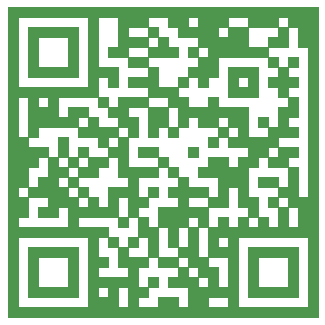
<source format=gbr>
G04 #@! TF.GenerationSoftware,KiCad,Pcbnew,5.1.2*
G04 #@! TF.CreationDate,2019-07-04T05:20:16+02:00*
G04 #@! TF.ProjectId,ledside_rev17,6c656473-6964-4655-9f72-657631372e6b,rev?*
G04 #@! TF.SameCoordinates,Original*
G04 #@! TF.FileFunction,Legend,Bot*
G04 #@! TF.FilePolarity,Positive*
%FSLAX46Y46*%
G04 Gerber Fmt 4.6, Leading zero omitted, Abs format (unit mm)*
G04 Created by KiCad (PCBNEW 5.1.2) date 2019-07-04 05:20:16*
%MOMM*%
%LPD*%
G04 APERTURE LIST*
%ADD10C,0.010000*%
G04 APERTURE END LIST*
D10*
G36*
X85830000Y-57396667D02*
G01*
X81596667Y-57396667D01*
X81596667Y-60783333D01*
X82443333Y-60783333D01*
X82443333Y-58243333D01*
X84983333Y-58243333D01*
X84983333Y-60783333D01*
X82443333Y-60783333D01*
X81596667Y-60783333D01*
X81596667Y-61630000D01*
X85830000Y-61630000D01*
X85830000Y-57396667D01*
X85830000Y-57396667D01*
G37*
X85830000Y-57396667D02*
X81596667Y-57396667D01*
X81596667Y-60783333D01*
X82443333Y-60783333D01*
X82443333Y-58243333D01*
X84983333Y-58243333D01*
X84983333Y-60783333D01*
X82443333Y-60783333D01*
X81596667Y-60783333D01*
X81596667Y-61630000D01*
X85830000Y-61630000D01*
X85830000Y-57396667D01*
G36*
X67203333Y-57396667D02*
G01*
X62970000Y-57396667D01*
X62970000Y-60783333D01*
X63816667Y-60783333D01*
X63816667Y-58243333D01*
X66356667Y-58243333D01*
X66356667Y-60783333D01*
X63816667Y-60783333D01*
X62970000Y-60783333D01*
X62970000Y-61630000D01*
X67203333Y-61630000D01*
X67203333Y-57396667D01*
X67203333Y-57396667D01*
G37*
X67203333Y-57396667D02*
X62970000Y-57396667D01*
X62970000Y-60783333D01*
X63816667Y-60783333D01*
X63816667Y-58243333D01*
X66356667Y-58243333D01*
X66356667Y-60783333D01*
X63816667Y-60783333D01*
X62970000Y-60783333D01*
X62970000Y-61630000D01*
X67203333Y-61630000D01*
X67203333Y-57396667D01*
G36*
X73976667Y-59936667D02*
G01*
X73130000Y-59936667D01*
X73130000Y-60783333D01*
X73976667Y-60783333D01*
X73976667Y-59936667D01*
X73976667Y-59936667D01*
G37*
X73976667Y-59936667D02*
X73130000Y-59936667D01*
X73130000Y-60783333D01*
X73976667Y-60783333D01*
X73976667Y-59936667D01*
G36*
X70590000Y-56550000D02*
G01*
X69743333Y-56550000D01*
X69743333Y-57396667D01*
X70590000Y-57396667D01*
X70590000Y-56550000D01*
X70590000Y-56550000D01*
G37*
X70590000Y-56550000D02*
X69743333Y-56550000D01*
X69743333Y-57396667D01*
X70590000Y-57396667D01*
X70590000Y-56550000D01*
G36*
X71436667Y-54856667D02*
G01*
X70590000Y-54856667D01*
X70590000Y-55703333D01*
X71436667Y-55703333D01*
X71436667Y-54856667D01*
X71436667Y-54856667D01*
G37*
X71436667Y-54856667D02*
X70590000Y-54856667D01*
X70590000Y-55703333D01*
X71436667Y-55703333D01*
X71436667Y-54856667D01*
G36*
X84136667Y-53163333D02*
G01*
X83290000Y-53163333D01*
X83290000Y-54010000D01*
X84136667Y-54010000D01*
X84136667Y-53163333D01*
X84136667Y-53163333D01*
G37*
X84136667Y-53163333D02*
X83290000Y-53163333D01*
X83290000Y-54010000D01*
X84136667Y-54010000D01*
X84136667Y-53163333D01*
G36*
X73976667Y-52316667D02*
G01*
X73130000Y-52316667D01*
X73130000Y-53163333D01*
X73976667Y-53163333D01*
X73976667Y-52316667D01*
X73976667Y-52316667D01*
G37*
X73976667Y-52316667D02*
X73130000Y-52316667D01*
X73130000Y-53163333D01*
X73976667Y-53163333D01*
X73976667Y-52316667D01*
G36*
X84136667Y-51470000D02*
G01*
X82443333Y-51470000D01*
X82443333Y-52316667D01*
X84136667Y-52316667D01*
X84136667Y-51470000D01*
X84136667Y-51470000D01*
G37*
X84136667Y-51470000D02*
X82443333Y-51470000D01*
X82443333Y-52316667D01*
X84136667Y-52316667D01*
X84136667Y-51470000D01*
G36*
X77363333Y-48930000D02*
G01*
X76516667Y-48930000D01*
X76516667Y-49776667D01*
X77363333Y-49776667D01*
X77363333Y-48930000D01*
X77363333Y-48930000D01*
G37*
X77363333Y-48930000D02*
X76516667Y-48930000D01*
X76516667Y-49776667D01*
X77363333Y-49776667D01*
X77363333Y-48930000D01*
G36*
X66356667Y-50623333D02*
G01*
X67203333Y-50623333D01*
X67203333Y-49776667D01*
X68050000Y-49776667D01*
X68050000Y-50623333D01*
X67203333Y-50623333D01*
X67203333Y-51470000D01*
X68896667Y-51470000D01*
X68896667Y-50623333D01*
X69743333Y-50623333D01*
X69743333Y-49776667D01*
X68050000Y-49776667D01*
X68050000Y-48930000D01*
X67203333Y-48930000D01*
X67203333Y-49776667D01*
X66356667Y-49776667D01*
X66356667Y-50623333D01*
X66356667Y-50623333D01*
G37*
X66356667Y-50623333D02*
X67203333Y-50623333D01*
X67203333Y-49776667D01*
X68050000Y-49776667D01*
X68050000Y-50623333D01*
X67203333Y-50623333D01*
X67203333Y-51470000D01*
X68896667Y-51470000D01*
X68896667Y-50623333D01*
X69743333Y-50623333D01*
X69743333Y-49776667D01*
X68050000Y-49776667D01*
X68050000Y-48930000D01*
X67203333Y-48930000D01*
X67203333Y-49776667D01*
X66356667Y-49776667D01*
X66356667Y-50623333D01*
G36*
X66356667Y-51470000D02*
G01*
X66356667Y-52316667D01*
X67203333Y-52316667D01*
X67203333Y-51470000D01*
X66356667Y-51470000D01*
X66356667Y-51470000D01*
G37*
X66356667Y-51470000D02*
X66356667Y-52316667D01*
X67203333Y-52316667D01*
X67203333Y-51470000D01*
X66356667Y-51470000D01*
G36*
X67203333Y-53163333D02*
G01*
X68050000Y-53163333D01*
X68050000Y-52316667D01*
X67203333Y-52316667D01*
X67203333Y-53163333D01*
X67203333Y-53163333D01*
G37*
X67203333Y-53163333D02*
X68050000Y-53163333D01*
X68050000Y-52316667D01*
X67203333Y-52316667D01*
X67203333Y-53163333D01*
G36*
X66356667Y-48083333D02*
G01*
X65510000Y-48083333D01*
X65510000Y-49776667D01*
X66356667Y-49776667D01*
X66356667Y-48083333D01*
X66356667Y-48083333D01*
G37*
X66356667Y-48083333D02*
X65510000Y-48083333D01*
X65510000Y-49776667D01*
X66356667Y-49776667D01*
X66356667Y-48083333D01*
G36*
X82443333Y-42156667D02*
G01*
X79903333Y-42156667D01*
X79903333Y-43850000D01*
X80750000Y-43850000D01*
X80750000Y-43003333D01*
X81596667Y-43003333D01*
X81596667Y-43850000D01*
X80750000Y-43850000D01*
X79903333Y-43850000D01*
X79903333Y-44696667D01*
X82443333Y-44696667D01*
X82443333Y-42156667D01*
X82443333Y-42156667D01*
G37*
X82443333Y-42156667D02*
X79903333Y-42156667D01*
X79903333Y-43850000D01*
X80750000Y-43850000D01*
X80750000Y-43003333D01*
X81596667Y-43003333D01*
X81596667Y-43850000D01*
X80750000Y-43850000D01*
X79903333Y-43850000D01*
X79903333Y-44696667D01*
X82443333Y-44696667D01*
X82443333Y-42156667D01*
G36*
X77363333Y-40463333D02*
G01*
X76516667Y-40463333D01*
X76516667Y-41310000D01*
X77363333Y-41310000D01*
X77363333Y-40463333D01*
X77363333Y-40463333D01*
G37*
X77363333Y-40463333D02*
X76516667Y-40463333D01*
X76516667Y-41310000D01*
X77363333Y-41310000D01*
X77363333Y-40463333D01*
G36*
X84983333Y-38770000D02*
G01*
X84136667Y-38770000D01*
X84136667Y-39616667D01*
X83290000Y-39616667D01*
X83290000Y-40463333D01*
X84983333Y-40463333D01*
X84983333Y-38770000D01*
X84983333Y-38770000D01*
G37*
X84983333Y-38770000D02*
X84136667Y-38770000D01*
X84136667Y-39616667D01*
X83290000Y-39616667D01*
X83290000Y-40463333D01*
X84983333Y-40463333D01*
X84983333Y-38770000D01*
G36*
X84136667Y-43003333D02*
G01*
X83290000Y-43003333D01*
X83290000Y-43850000D01*
X84136667Y-43850000D01*
X84136667Y-44696667D01*
X84983333Y-44696667D01*
X84983333Y-43850000D01*
X85830000Y-43850000D01*
X85830000Y-43003333D01*
X84983333Y-43003333D01*
X84983333Y-42156667D01*
X84136667Y-42156667D01*
X84136667Y-43003333D01*
X84136667Y-43003333D01*
G37*
X84136667Y-43003333D02*
X83290000Y-43003333D01*
X83290000Y-43850000D01*
X84136667Y-43850000D01*
X84136667Y-44696667D01*
X84983333Y-44696667D01*
X84983333Y-43850000D01*
X85830000Y-43850000D01*
X85830000Y-43003333D01*
X84983333Y-43003333D01*
X84983333Y-42156667D01*
X84136667Y-42156667D01*
X84136667Y-43003333D01*
G36*
X84983333Y-45543333D02*
G01*
X84136667Y-45543333D01*
X84136667Y-47236667D01*
X83290000Y-47236667D01*
X83290000Y-48083333D01*
X81596667Y-48083333D01*
X81596667Y-45543333D01*
X79056667Y-45543333D01*
X79056667Y-44696667D01*
X78210000Y-44696667D01*
X78210000Y-45543333D01*
X76516667Y-45543333D01*
X76516667Y-44696667D01*
X75670000Y-44696667D01*
X75670000Y-43850000D01*
X73976667Y-43850000D01*
X73976667Y-42156667D01*
X73130000Y-42156667D01*
X73130000Y-43003333D01*
X71436667Y-43003333D01*
X71436667Y-43850000D01*
X73130000Y-43850000D01*
X73130000Y-44696667D01*
X70590000Y-44696667D01*
X70590000Y-45543333D01*
X69743333Y-45543333D01*
X69743333Y-46390000D01*
X70590000Y-46390000D01*
X70590000Y-47236667D01*
X71436667Y-47236667D01*
X71436667Y-48083333D01*
X72283333Y-48083333D01*
X72283333Y-46390000D01*
X71436667Y-46390000D01*
X71436667Y-45543333D01*
X73130000Y-45543333D01*
X73130000Y-44696667D01*
X74823333Y-44696667D01*
X74823333Y-45543333D01*
X73130000Y-45543333D01*
X73130000Y-48083333D01*
X73976667Y-48083333D01*
X73976667Y-47236667D01*
X74823333Y-47236667D01*
X74823333Y-45543333D01*
X75670000Y-45543333D01*
X75670000Y-47236667D01*
X74823333Y-47236667D01*
X74823333Y-48083333D01*
X75670000Y-48083333D01*
X75670000Y-47236667D01*
X76516667Y-47236667D01*
X76516667Y-46390000D01*
X77363333Y-46390000D01*
X77363333Y-47236667D01*
X79056667Y-47236667D01*
X79056667Y-46390000D01*
X79903333Y-46390000D01*
X79903333Y-47236667D01*
X79056667Y-47236667D01*
X79056667Y-48083333D01*
X79903333Y-48083333D01*
X79903333Y-47236667D01*
X80750000Y-47236667D01*
X80750000Y-48083333D01*
X79903333Y-48083333D01*
X79903333Y-48930000D01*
X81596667Y-48930000D01*
X81596667Y-49776667D01*
X80750000Y-49776667D01*
X80750000Y-50623333D01*
X79903333Y-50623333D01*
X79903333Y-49776667D01*
X78210000Y-49776667D01*
X78210000Y-50623333D01*
X77363333Y-50623333D01*
X77363333Y-51470000D01*
X79056667Y-51470000D01*
X79056667Y-53163333D01*
X78210000Y-53163333D01*
X78210000Y-54010000D01*
X79903333Y-54010000D01*
X79903333Y-52316667D01*
X80750000Y-52316667D01*
X80750000Y-54010000D01*
X81596667Y-54010000D01*
X81596667Y-54856667D01*
X82443333Y-54856667D01*
X82443333Y-53163333D01*
X81596667Y-53163333D01*
X81596667Y-50623333D01*
X82443333Y-50623333D01*
X82443333Y-49776667D01*
X83290000Y-49776667D01*
X83290000Y-48930000D01*
X84136667Y-48930000D01*
X84136667Y-49776667D01*
X83290000Y-49776667D01*
X83290000Y-50623333D01*
X84983333Y-50623333D01*
X84983333Y-49776667D01*
X85830000Y-49776667D01*
X85830000Y-48930000D01*
X84136667Y-48930000D01*
X84136667Y-48083333D01*
X85830000Y-48083333D01*
X85830000Y-47236667D01*
X84983333Y-47236667D01*
X84983333Y-46390000D01*
X85830000Y-46390000D01*
X85830000Y-44696667D01*
X84983333Y-44696667D01*
X84983333Y-45543333D01*
X84983333Y-45543333D01*
G37*
X84983333Y-45543333D02*
X84136667Y-45543333D01*
X84136667Y-47236667D01*
X83290000Y-47236667D01*
X83290000Y-48083333D01*
X81596667Y-48083333D01*
X81596667Y-45543333D01*
X79056667Y-45543333D01*
X79056667Y-44696667D01*
X78210000Y-44696667D01*
X78210000Y-45543333D01*
X76516667Y-45543333D01*
X76516667Y-44696667D01*
X75670000Y-44696667D01*
X75670000Y-43850000D01*
X73976667Y-43850000D01*
X73976667Y-42156667D01*
X73130000Y-42156667D01*
X73130000Y-43003333D01*
X71436667Y-43003333D01*
X71436667Y-43850000D01*
X73130000Y-43850000D01*
X73130000Y-44696667D01*
X70590000Y-44696667D01*
X70590000Y-45543333D01*
X69743333Y-45543333D01*
X69743333Y-46390000D01*
X70590000Y-46390000D01*
X70590000Y-47236667D01*
X71436667Y-47236667D01*
X71436667Y-48083333D01*
X72283333Y-48083333D01*
X72283333Y-46390000D01*
X71436667Y-46390000D01*
X71436667Y-45543333D01*
X73130000Y-45543333D01*
X73130000Y-44696667D01*
X74823333Y-44696667D01*
X74823333Y-45543333D01*
X73130000Y-45543333D01*
X73130000Y-48083333D01*
X73976667Y-48083333D01*
X73976667Y-47236667D01*
X74823333Y-47236667D01*
X74823333Y-45543333D01*
X75670000Y-45543333D01*
X75670000Y-47236667D01*
X74823333Y-47236667D01*
X74823333Y-48083333D01*
X75670000Y-48083333D01*
X75670000Y-47236667D01*
X76516667Y-47236667D01*
X76516667Y-46390000D01*
X77363333Y-46390000D01*
X77363333Y-47236667D01*
X79056667Y-47236667D01*
X79056667Y-46390000D01*
X79903333Y-46390000D01*
X79903333Y-47236667D01*
X79056667Y-47236667D01*
X79056667Y-48083333D01*
X79903333Y-48083333D01*
X79903333Y-47236667D01*
X80750000Y-47236667D01*
X80750000Y-48083333D01*
X79903333Y-48083333D01*
X79903333Y-48930000D01*
X81596667Y-48930000D01*
X81596667Y-49776667D01*
X80750000Y-49776667D01*
X80750000Y-50623333D01*
X79903333Y-50623333D01*
X79903333Y-49776667D01*
X78210000Y-49776667D01*
X78210000Y-50623333D01*
X77363333Y-50623333D01*
X77363333Y-51470000D01*
X79056667Y-51470000D01*
X79056667Y-53163333D01*
X78210000Y-53163333D01*
X78210000Y-54010000D01*
X79903333Y-54010000D01*
X79903333Y-52316667D01*
X80750000Y-52316667D01*
X80750000Y-54010000D01*
X81596667Y-54010000D01*
X81596667Y-54856667D01*
X82443333Y-54856667D01*
X82443333Y-53163333D01*
X81596667Y-53163333D01*
X81596667Y-50623333D01*
X82443333Y-50623333D01*
X82443333Y-49776667D01*
X83290000Y-49776667D01*
X83290000Y-48930000D01*
X84136667Y-48930000D01*
X84136667Y-49776667D01*
X83290000Y-49776667D01*
X83290000Y-50623333D01*
X84983333Y-50623333D01*
X84983333Y-49776667D01*
X85830000Y-49776667D01*
X85830000Y-48930000D01*
X84136667Y-48930000D01*
X84136667Y-48083333D01*
X85830000Y-48083333D01*
X85830000Y-47236667D01*
X84983333Y-47236667D01*
X84983333Y-46390000D01*
X85830000Y-46390000D01*
X85830000Y-44696667D01*
X84983333Y-44696667D01*
X84983333Y-45543333D01*
G36*
X84136667Y-41310000D02*
G01*
X83290000Y-41310000D01*
X83290000Y-42156667D01*
X84136667Y-42156667D01*
X84136667Y-41310000D01*
X84136667Y-41310000D01*
G37*
X84136667Y-41310000D02*
X83290000Y-41310000D01*
X83290000Y-42156667D01*
X84136667Y-42156667D01*
X84136667Y-41310000D01*
G36*
X73976667Y-40463333D02*
G01*
X73130000Y-40463333D01*
X73130000Y-41310000D01*
X75670000Y-41310000D01*
X75670000Y-40463333D01*
X74823333Y-40463333D01*
X74823333Y-39616667D01*
X73976667Y-39616667D01*
X73976667Y-40463333D01*
X73976667Y-40463333D01*
G37*
X73976667Y-40463333D02*
X73130000Y-40463333D01*
X73130000Y-41310000D01*
X75670000Y-41310000D01*
X75670000Y-40463333D01*
X74823333Y-40463333D01*
X74823333Y-39616667D01*
X73976667Y-39616667D01*
X73976667Y-40463333D01*
G36*
X71436667Y-41310000D02*
G01*
X71436667Y-42156667D01*
X73130000Y-42156667D01*
X73130000Y-41310000D01*
X71436667Y-41310000D01*
X71436667Y-41310000D01*
G37*
X71436667Y-41310000D02*
X71436667Y-42156667D01*
X73130000Y-42156667D01*
X73130000Y-41310000D01*
X71436667Y-41310000D01*
G36*
X83290000Y-46390000D02*
G01*
X82443333Y-46390000D01*
X82443333Y-47236667D01*
X83290000Y-47236667D01*
X83290000Y-46390000D01*
X83290000Y-46390000D01*
G37*
X83290000Y-46390000D02*
X82443333Y-46390000D01*
X82443333Y-47236667D01*
X83290000Y-47236667D01*
X83290000Y-46390000D01*
G36*
X73976667Y-38770000D02*
G01*
X73130000Y-38770000D01*
X73130000Y-39616667D01*
X73976667Y-39616667D01*
X73976667Y-38770000D01*
X73976667Y-38770000D01*
G37*
X73976667Y-38770000D02*
X73130000Y-38770000D01*
X73130000Y-39616667D01*
X73976667Y-39616667D01*
X73976667Y-38770000D01*
G36*
X69743333Y-44696667D02*
G01*
X68896667Y-44696667D01*
X68896667Y-45543333D01*
X69743333Y-45543333D01*
X69743333Y-44696667D01*
X69743333Y-44696667D01*
G37*
X69743333Y-44696667D02*
X68896667Y-44696667D01*
X68896667Y-45543333D01*
X69743333Y-45543333D01*
X69743333Y-44696667D01*
G36*
X68896667Y-47236667D02*
G01*
X68896667Y-46390000D01*
X68050000Y-46390000D01*
X68050000Y-47236667D01*
X67203333Y-47236667D01*
X67203333Y-48083333D01*
X68896667Y-48083333D01*
X68896667Y-48930000D01*
X69743333Y-48930000D01*
X69743333Y-48083333D01*
X70590000Y-48083333D01*
X70590000Y-47236667D01*
X68896667Y-47236667D01*
X68896667Y-47236667D01*
G37*
X68896667Y-47236667D02*
X68896667Y-46390000D01*
X68050000Y-46390000D01*
X68050000Y-47236667D01*
X67203333Y-47236667D01*
X67203333Y-48083333D01*
X68896667Y-48083333D01*
X68896667Y-48930000D01*
X69743333Y-48930000D01*
X69743333Y-48083333D01*
X70590000Y-48083333D01*
X70590000Y-47236667D01*
X68896667Y-47236667D01*
G36*
X78210000Y-52316667D02*
G01*
X76516667Y-52316667D01*
X76516667Y-51470000D01*
X75670000Y-51470000D01*
X75670000Y-52316667D01*
X74823333Y-52316667D01*
X74823333Y-53163333D01*
X75670000Y-53163333D01*
X75670000Y-54010000D01*
X73976667Y-54010000D01*
X73976667Y-55703333D01*
X74823333Y-55703333D01*
X74823333Y-57396667D01*
X75670000Y-57396667D01*
X75670000Y-55703333D01*
X76516667Y-55703333D01*
X76516667Y-54856667D01*
X77363333Y-54856667D01*
X77363333Y-55703333D01*
X78210000Y-55703333D01*
X78210000Y-54010000D01*
X76516667Y-54010000D01*
X76516667Y-53163333D01*
X78210000Y-53163333D01*
X78210000Y-52316667D01*
X78210000Y-52316667D01*
G37*
X78210000Y-52316667D02*
X76516667Y-52316667D01*
X76516667Y-51470000D01*
X75670000Y-51470000D01*
X75670000Y-52316667D01*
X74823333Y-52316667D01*
X74823333Y-53163333D01*
X75670000Y-53163333D01*
X75670000Y-54010000D01*
X73976667Y-54010000D01*
X73976667Y-55703333D01*
X74823333Y-55703333D01*
X74823333Y-57396667D01*
X75670000Y-57396667D01*
X75670000Y-55703333D01*
X76516667Y-55703333D01*
X76516667Y-54856667D01*
X77363333Y-54856667D01*
X77363333Y-55703333D01*
X78210000Y-55703333D01*
X78210000Y-54010000D01*
X76516667Y-54010000D01*
X76516667Y-53163333D01*
X78210000Y-53163333D01*
X78210000Y-52316667D01*
G36*
X73976667Y-50623333D02*
G01*
X74823333Y-50623333D01*
X74823333Y-49776667D01*
X73976667Y-49776667D01*
X73976667Y-50623333D01*
X73976667Y-50623333D01*
G37*
X73976667Y-50623333D02*
X74823333Y-50623333D01*
X74823333Y-49776667D01*
X73976667Y-49776667D01*
X73976667Y-50623333D01*
G36*
X74823333Y-51470000D02*
G01*
X75670000Y-51470000D01*
X75670000Y-50623333D01*
X74823333Y-50623333D01*
X74823333Y-51470000D01*
X74823333Y-51470000D01*
G37*
X74823333Y-51470000D02*
X75670000Y-51470000D01*
X75670000Y-50623333D01*
X74823333Y-50623333D01*
X74823333Y-51470000D01*
G36*
X78210000Y-48083333D02*
G01*
X78210000Y-48930000D01*
X79056667Y-48930000D01*
X79056667Y-48083333D01*
X78210000Y-48083333D01*
X78210000Y-48083333D01*
G37*
X78210000Y-48083333D02*
X78210000Y-48930000D01*
X79056667Y-48930000D01*
X79056667Y-48083333D01*
X78210000Y-48083333D01*
G36*
X73130000Y-55703333D02*
G01*
X73130000Y-54856667D01*
X72283333Y-54856667D01*
X72283333Y-56550000D01*
X73130000Y-56550000D01*
X73130000Y-58243333D01*
X73976667Y-58243333D01*
X73976667Y-55703333D01*
X73130000Y-55703333D01*
X73130000Y-55703333D01*
G37*
X73130000Y-55703333D02*
X73130000Y-54856667D01*
X72283333Y-54856667D01*
X72283333Y-56550000D01*
X73130000Y-56550000D01*
X73130000Y-58243333D01*
X73976667Y-58243333D01*
X73976667Y-55703333D01*
X73130000Y-55703333D01*
G36*
X73976667Y-48930000D02*
G01*
X72283333Y-48930000D01*
X72283333Y-49776667D01*
X73976667Y-49776667D01*
X73976667Y-48930000D01*
X73976667Y-48930000D01*
G37*
X73976667Y-48930000D02*
X72283333Y-48930000D01*
X72283333Y-49776667D01*
X73976667Y-49776667D01*
X73976667Y-48930000D01*
G36*
X73976667Y-59090000D02*
G01*
X75670000Y-59090000D01*
X75670000Y-58243333D01*
X73976667Y-58243333D01*
X73976667Y-59090000D01*
X73976667Y-59090000D01*
G37*
X73976667Y-59090000D02*
X75670000Y-59090000D01*
X75670000Y-58243333D01*
X73976667Y-58243333D01*
X73976667Y-59090000D01*
G36*
X76516667Y-43003333D02*
G01*
X75670000Y-43003333D01*
X75670000Y-43850000D01*
X76516667Y-43850000D01*
X76516667Y-43003333D01*
X76516667Y-43003333D01*
G37*
X76516667Y-43003333D02*
X75670000Y-43003333D01*
X75670000Y-43850000D01*
X76516667Y-43850000D01*
X76516667Y-43003333D01*
G36*
X85830000Y-41310000D02*
G01*
X84983333Y-41310000D01*
X84983333Y-42156667D01*
X85830000Y-42156667D01*
X85830000Y-41310000D01*
X85830000Y-41310000D01*
G37*
X85830000Y-41310000D02*
X84983333Y-41310000D01*
X84983333Y-42156667D01*
X85830000Y-42156667D01*
X85830000Y-41310000D01*
G36*
X71436667Y-56550000D02*
G01*
X71436667Y-57396667D01*
X72283333Y-57396667D01*
X72283333Y-56550000D01*
X71436667Y-56550000D01*
X71436667Y-56550000D01*
G37*
X71436667Y-56550000D02*
X71436667Y-57396667D01*
X72283333Y-57396667D01*
X72283333Y-56550000D01*
X71436667Y-56550000D01*
G36*
X67203333Y-38770000D02*
G01*
X62970000Y-38770000D01*
X62970000Y-42156667D01*
X63816667Y-42156667D01*
X63816667Y-39616667D01*
X66356667Y-39616667D01*
X66356667Y-42156667D01*
X63816667Y-42156667D01*
X62970000Y-42156667D01*
X62970000Y-43003333D01*
X67203333Y-43003333D01*
X67203333Y-38770000D01*
X67203333Y-38770000D01*
G37*
X67203333Y-38770000D02*
X62970000Y-38770000D01*
X62970000Y-42156667D01*
X63816667Y-42156667D01*
X63816667Y-39616667D01*
X66356667Y-39616667D01*
X66356667Y-42156667D01*
X63816667Y-42156667D01*
X62970000Y-42156667D01*
X62970000Y-43003333D01*
X67203333Y-43003333D01*
X67203333Y-38770000D01*
G36*
X87523333Y-37076667D02*
G01*
X61276667Y-37076667D01*
X61276667Y-43850000D01*
X62123333Y-43850000D01*
X62123333Y-37923333D01*
X68050000Y-37923333D01*
X68050000Y-43850000D01*
X62123333Y-43850000D01*
X61276667Y-43850000D01*
X61276667Y-48083333D01*
X62123333Y-48083333D01*
X62123333Y-44696667D01*
X62970000Y-44696667D01*
X62970000Y-45543333D01*
X63816667Y-45543333D01*
X63816667Y-44696667D01*
X64663333Y-44696667D01*
X64663333Y-45543333D01*
X63816667Y-45543333D01*
X62970000Y-45543333D01*
X62970000Y-48083333D01*
X62123333Y-48083333D01*
X61276667Y-48083333D01*
X61276667Y-48930000D01*
X62970000Y-48930000D01*
X62970000Y-48083333D01*
X63816667Y-48083333D01*
X63816667Y-47236667D01*
X67203333Y-47236667D01*
X67203333Y-46390000D01*
X68050000Y-46390000D01*
X68050000Y-45543333D01*
X66356667Y-45543333D01*
X66356667Y-46390000D01*
X65510000Y-46390000D01*
X65510000Y-44696667D01*
X68896667Y-44696667D01*
X68896667Y-43003333D01*
X69743333Y-43003333D01*
X69743333Y-43850000D01*
X70590000Y-43850000D01*
X70590000Y-42156667D01*
X68896667Y-42156667D01*
X68896667Y-37923333D01*
X70590000Y-37923333D01*
X70590000Y-40463333D01*
X69743333Y-40463333D01*
X69743333Y-41310000D01*
X71436667Y-41310000D01*
X71436667Y-40463333D01*
X73130000Y-40463333D01*
X73130000Y-39616667D01*
X71436667Y-39616667D01*
X71436667Y-38770000D01*
X73130000Y-38770000D01*
X73130000Y-37923333D01*
X74823333Y-37923333D01*
X74823333Y-38770000D01*
X75670000Y-38770000D01*
X76516667Y-38770000D01*
X76516667Y-37923333D01*
X77363333Y-37923333D01*
X79903333Y-37923333D01*
X81596667Y-37923333D01*
X81596667Y-38770000D01*
X79903333Y-38770000D01*
X79903333Y-37923333D01*
X77363333Y-37923333D01*
X77363333Y-38770000D01*
X76516667Y-38770000D01*
X75670000Y-38770000D01*
X75670000Y-39616667D01*
X77363333Y-39616667D01*
X79056667Y-39616667D01*
X79056667Y-38770000D01*
X79903333Y-38770000D01*
X79903333Y-39616667D01*
X79056667Y-39616667D01*
X77363333Y-39616667D01*
X77363333Y-40463333D01*
X78210000Y-40463333D01*
X78210000Y-41310000D01*
X77363333Y-41310000D01*
X77363333Y-42156667D01*
X76516667Y-42156667D01*
X76516667Y-43003333D01*
X77363333Y-43003333D01*
X77363333Y-43850000D01*
X78210000Y-43850000D01*
X78210000Y-43003333D01*
X79056667Y-43003333D01*
X79056667Y-41310000D01*
X83290000Y-41310000D01*
X83290000Y-40463333D01*
X81596667Y-40463333D01*
X81596667Y-38770000D01*
X84136667Y-38770000D01*
X84136667Y-37923333D01*
X84983333Y-37923333D01*
X84983333Y-38770000D01*
X85830000Y-38770000D01*
X85830000Y-40463333D01*
X86676667Y-40463333D01*
X86676667Y-53163333D01*
X85830000Y-53163333D01*
X85830000Y-50623333D01*
X84983333Y-50623333D01*
X84983333Y-52316667D01*
X84136667Y-52316667D01*
X84136667Y-53163333D01*
X84983333Y-53163333D01*
X84983333Y-54010000D01*
X84136667Y-54010000D01*
X84136667Y-55703333D01*
X84983333Y-55703333D01*
X84983333Y-54010000D01*
X85830000Y-54010000D01*
X85830000Y-55703333D01*
X84983333Y-55703333D01*
X84136667Y-55703333D01*
X83290000Y-55703333D01*
X83290000Y-54856667D01*
X82443333Y-54856667D01*
X82443333Y-55703333D01*
X81596667Y-55703333D01*
X81596667Y-54856667D01*
X80750000Y-54856667D01*
X80750000Y-55703333D01*
X79903333Y-55703333D01*
X79903333Y-54856667D01*
X79056667Y-54856667D01*
X79056667Y-55703333D01*
X78210000Y-55703333D01*
X78210000Y-57396667D01*
X79056667Y-57396667D01*
X79056667Y-56550000D01*
X79903333Y-56550000D01*
X79903333Y-57396667D01*
X79056667Y-57396667D01*
X78210000Y-57396667D01*
X78210000Y-58243333D01*
X77363333Y-58243333D01*
X77363333Y-55703333D01*
X76516667Y-55703333D01*
X76516667Y-57396667D01*
X75670000Y-57396667D01*
X75670000Y-58243333D01*
X76516667Y-58243333D01*
X76516667Y-59090000D01*
X75670000Y-59090000D01*
X75670000Y-59936667D01*
X76516667Y-59936667D01*
X76516667Y-59090000D01*
X77363333Y-59090000D01*
X78210000Y-59090000D01*
X78210000Y-58243333D01*
X79903333Y-58243333D01*
X79903333Y-60783333D01*
X79056667Y-60783333D01*
X79056667Y-59090000D01*
X78210000Y-59090000D01*
X77363333Y-59090000D01*
X77363333Y-59936667D01*
X76516667Y-59936667D01*
X75670000Y-59936667D01*
X74823333Y-59936667D01*
X74823333Y-60783333D01*
X76516667Y-60783333D01*
X77363333Y-60783333D01*
X77363333Y-59936667D01*
X78210000Y-59936667D01*
X78210000Y-60783333D01*
X77363333Y-60783333D01*
X76516667Y-60783333D01*
X76516667Y-62476667D01*
X78210000Y-62476667D01*
X78210000Y-61630000D01*
X79903333Y-61630000D01*
X79903333Y-62476667D01*
X80750000Y-62476667D01*
X80750000Y-56550000D01*
X86676667Y-56550000D01*
X86676667Y-62476667D01*
X80750000Y-62476667D01*
X79903333Y-62476667D01*
X78210000Y-62476667D01*
X76516667Y-62476667D01*
X75670000Y-62476667D01*
X75670000Y-61630000D01*
X73976667Y-61630000D01*
X73976667Y-62476667D01*
X72283333Y-62476667D01*
X72283333Y-61630000D01*
X73130000Y-61630000D01*
X73130000Y-60783333D01*
X72283333Y-60783333D01*
X72283333Y-59090000D01*
X73130000Y-59090000D01*
X73130000Y-58243333D01*
X71436667Y-58243333D01*
X71436667Y-57396667D01*
X70590000Y-57396667D01*
X70590000Y-59090000D01*
X71436667Y-59090000D01*
X71436667Y-59936667D01*
X68896667Y-59936667D01*
X68896667Y-59090000D01*
X69743333Y-59090000D01*
X69743333Y-58243333D01*
X68896667Y-58243333D01*
X68896667Y-56550000D01*
X69743333Y-56550000D01*
X69743333Y-55703333D01*
X67203333Y-55703333D01*
X67203333Y-54856667D01*
X70590000Y-54856667D01*
X70590000Y-53163333D01*
X71436667Y-53163333D01*
X71436667Y-54856667D01*
X72283333Y-54856667D01*
X72283333Y-54010000D01*
X73130000Y-54010000D01*
X73130000Y-53163333D01*
X72283333Y-53163333D01*
X72283333Y-51470000D01*
X73976667Y-51470000D01*
X73976667Y-50623333D01*
X71436667Y-50623333D01*
X71436667Y-48083333D01*
X70590000Y-48083333D01*
X70590000Y-48930000D01*
X69743333Y-48930000D01*
X69743333Y-49776667D01*
X70590000Y-49776667D01*
X70590000Y-51470000D01*
X71436667Y-51470000D01*
X71436667Y-52316667D01*
X69743333Y-52316667D01*
X69743333Y-54010000D01*
X68896667Y-54010000D01*
X68896667Y-53163333D01*
X68050000Y-53163333D01*
X68050000Y-54010000D01*
X67203333Y-54010000D01*
X67203333Y-53163333D01*
X66356667Y-53163333D01*
X66356667Y-52316667D01*
X65510000Y-52316667D01*
X65510000Y-51470000D01*
X66356667Y-51470000D01*
X66356667Y-50623333D01*
X65510000Y-50623333D01*
X65510000Y-49776667D01*
X64663333Y-49776667D01*
X64663333Y-48930000D01*
X62970000Y-48930000D01*
X61276667Y-48930000D01*
X61276667Y-50623333D01*
X62970000Y-50623333D01*
X63816667Y-50623333D01*
X63816667Y-49776667D01*
X64663333Y-49776667D01*
X64663333Y-51470000D01*
X63816667Y-51470000D01*
X63816667Y-52316667D01*
X62970000Y-52316667D01*
X62970000Y-50623333D01*
X61276667Y-50623333D01*
X61276667Y-53163333D01*
X62123333Y-53163333D01*
X62123333Y-52316667D01*
X62970000Y-52316667D01*
X62970000Y-53163333D01*
X62123333Y-53163333D01*
X61276667Y-53163333D01*
X61276667Y-55703333D01*
X62123333Y-55703333D01*
X62123333Y-54856667D01*
X62970000Y-54856667D01*
X62970000Y-53163333D01*
X64663333Y-53163333D01*
X64663333Y-54010000D01*
X63816667Y-54010000D01*
X63816667Y-54856667D01*
X65510000Y-54856667D01*
X65510000Y-54010000D01*
X66356667Y-54010000D01*
X66356667Y-55703333D01*
X62123333Y-55703333D01*
X61276667Y-55703333D01*
X61276667Y-62476667D01*
X62123333Y-62476667D01*
X62123333Y-56550000D01*
X68050000Y-56550000D01*
X68050000Y-61630000D01*
X68896667Y-61630000D01*
X68896667Y-60783333D01*
X69743333Y-60783333D01*
X69743333Y-61630000D01*
X68896667Y-61630000D01*
X68050000Y-61630000D01*
X68050000Y-62476667D01*
X70590000Y-62476667D01*
X70590000Y-60783333D01*
X71436667Y-60783333D01*
X71436667Y-62476667D01*
X70590000Y-62476667D01*
X68050000Y-62476667D01*
X62123333Y-62476667D01*
X61276667Y-62476667D01*
X61276667Y-63323333D01*
X87523333Y-63323333D01*
X87523333Y-37076667D01*
X87523333Y-37076667D01*
G37*
X87523333Y-37076667D02*
X61276667Y-37076667D01*
X61276667Y-43850000D01*
X62123333Y-43850000D01*
X62123333Y-37923333D01*
X68050000Y-37923333D01*
X68050000Y-43850000D01*
X62123333Y-43850000D01*
X61276667Y-43850000D01*
X61276667Y-48083333D01*
X62123333Y-48083333D01*
X62123333Y-44696667D01*
X62970000Y-44696667D01*
X62970000Y-45543333D01*
X63816667Y-45543333D01*
X63816667Y-44696667D01*
X64663333Y-44696667D01*
X64663333Y-45543333D01*
X63816667Y-45543333D01*
X62970000Y-45543333D01*
X62970000Y-48083333D01*
X62123333Y-48083333D01*
X61276667Y-48083333D01*
X61276667Y-48930000D01*
X62970000Y-48930000D01*
X62970000Y-48083333D01*
X63816667Y-48083333D01*
X63816667Y-47236667D01*
X67203333Y-47236667D01*
X67203333Y-46390000D01*
X68050000Y-46390000D01*
X68050000Y-45543333D01*
X66356667Y-45543333D01*
X66356667Y-46390000D01*
X65510000Y-46390000D01*
X65510000Y-44696667D01*
X68896667Y-44696667D01*
X68896667Y-43003333D01*
X69743333Y-43003333D01*
X69743333Y-43850000D01*
X70590000Y-43850000D01*
X70590000Y-42156667D01*
X68896667Y-42156667D01*
X68896667Y-37923333D01*
X70590000Y-37923333D01*
X70590000Y-40463333D01*
X69743333Y-40463333D01*
X69743333Y-41310000D01*
X71436667Y-41310000D01*
X71436667Y-40463333D01*
X73130000Y-40463333D01*
X73130000Y-39616667D01*
X71436667Y-39616667D01*
X71436667Y-38770000D01*
X73130000Y-38770000D01*
X73130000Y-37923333D01*
X74823333Y-37923333D01*
X74823333Y-38770000D01*
X75670000Y-38770000D01*
X76516667Y-38770000D01*
X76516667Y-37923333D01*
X77363333Y-37923333D01*
X79903333Y-37923333D01*
X81596667Y-37923333D01*
X81596667Y-38770000D01*
X79903333Y-38770000D01*
X79903333Y-37923333D01*
X77363333Y-37923333D01*
X77363333Y-38770000D01*
X76516667Y-38770000D01*
X75670000Y-38770000D01*
X75670000Y-39616667D01*
X77363333Y-39616667D01*
X79056667Y-39616667D01*
X79056667Y-38770000D01*
X79903333Y-38770000D01*
X79903333Y-39616667D01*
X79056667Y-39616667D01*
X77363333Y-39616667D01*
X77363333Y-40463333D01*
X78210000Y-40463333D01*
X78210000Y-41310000D01*
X77363333Y-41310000D01*
X77363333Y-42156667D01*
X76516667Y-42156667D01*
X76516667Y-43003333D01*
X77363333Y-43003333D01*
X77363333Y-43850000D01*
X78210000Y-43850000D01*
X78210000Y-43003333D01*
X79056667Y-43003333D01*
X79056667Y-41310000D01*
X83290000Y-41310000D01*
X83290000Y-40463333D01*
X81596667Y-40463333D01*
X81596667Y-38770000D01*
X84136667Y-38770000D01*
X84136667Y-37923333D01*
X84983333Y-37923333D01*
X84983333Y-38770000D01*
X85830000Y-38770000D01*
X85830000Y-40463333D01*
X86676667Y-40463333D01*
X86676667Y-53163333D01*
X85830000Y-53163333D01*
X85830000Y-50623333D01*
X84983333Y-50623333D01*
X84983333Y-52316667D01*
X84136667Y-52316667D01*
X84136667Y-53163333D01*
X84983333Y-53163333D01*
X84983333Y-54010000D01*
X84136667Y-54010000D01*
X84136667Y-55703333D01*
X84983333Y-55703333D01*
X84983333Y-54010000D01*
X85830000Y-54010000D01*
X85830000Y-55703333D01*
X84983333Y-55703333D01*
X84136667Y-55703333D01*
X83290000Y-55703333D01*
X83290000Y-54856667D01*
X82443333Y-54856667D01*
X82443333Y-55703333D01*
X81596667Y-55703333D01*
X81596667Y-54856667D01*
X80750000Y-54856667D01*
X80750000Y-55703333D01*
X79903333Y-55703333D01*
X79903333Y-54856667D01*
X79056667Y-54856667D01*
X79056667Y-55703333D01*
X78210000Y-55703333D01*
X78210000Y-57396667D01*
X79056667Y-57396667D01*
X79056667Y-56550000D01*
X79903333Y-56550000D01*
X79903333Y-57396667D01*
X79056667Y-57396667D01*
X78210000Y-57396667D01*
X78210000Y-58243333D01*
X77363333Y-58243333D01*
X77363333Y-55703333D01*
X76516667Y-55703333D01*
X76516667Y-57396667D01*
X75670000Y-57396667D01*
X75670000Y-58243333D01*
X76516667Y-58243333D01*
X76516667Y-59090000D01*
X75670000Y-59090000D01*
X75670000Y-59936667D01*
X76516667Y-59936667D01*
X76516667Y-59090000D01*
X77363333Y-59090000D01*
X78210000Y-59090000D01*
X78210000Y-58243333D01*
X79903333Y-58243333D01*
X79903333Y-60783333D01*
X79056667Y-60783333D01*
X79056667Y-59090000D01*
X78210000Y-59090000D01*
X77363333Y-59090000D01*
X77363333Y-59936667D01*
X76516667Y-59936667D01*
X75670000Y-59936667D01*
X74823333Y-59936667D01*
X74823333Y-60783333D01*
X76516667Y-60783333D01*
X77363333Y-60783333D01*
X77363333Y-59936667D01*
X78210000Y-59936667D01*
X78210000Y-60783333D01*
X77363333Y-60783333D01*
X76516667Y-60783333D01*
X76516667Y-62476667D01*
X78210000Y-62476667D01*
X78210000Y-61630000D01*
X79903333Y-61630000D01*
X79903333Y-62476667D01*
X80750000Y-62476667D01*
X80750000Y-56550000D01*
X86676667Y-56550000D01*
X86676667Y-62476667D01*
X80750000Y-62476667D01*
X79903333Y-62476667D01*
X78210000Y-62476667D01*
X76516667Y-62476667D01*
X75670000Y-62476667D01*
X75670000Y-61630000D01*
X73976667Y-61630000D01*
X73976667Y-62476667D01*
X72283333Y-62476667D01*
X72283333Y-61630000D01*
X73130000Y-61630000D01*
X73130000Y-60783333D01*
X72283333Y-60783333D01*
X72283333Y-59090000D01*
X73130000Y-59090000D01*
X73130000Y-58243333D01*
X71436667Y-58243333D01*
X71436667Y-57396667D01*
X70590000Y-57396667D01*
X70590000Y-59090000D01*
X71436667Y-59090000D01*
X71436667Y-59936667D01*
X68896667Y-59936667D01*
X68896667Y-59090000D01*
X69743333Y-59090000D01*
X69743333Y-58243333D01*
X68896667Y-58243333D01*
X68896667Y-56550000D01*
X69743333Y-56550000D01*
X69743333Y-55703333D01*
X67203333Y-55703333D01*
X67203333Y-54856667D01*
X70590000Y-54856667D01*
X70590000Y-53163333D01*
X71436667Y-53163333D01*
X71436667Y-54856667D01*
X72283333Y-54856667D01*
X72283333Y-54010000D01*
X73130000Y-54010000D01*
X73130000Y-53163333D01*
X72283333Y-53163333D01*
X72283333Y-51470000D01*
X73976667Y-51470000D01*
X73976667Y-50623333D01*
X71436667Y-50623333D01*
X71436667Y-48083333D01*
X70590000Y-48083333D01*
X70590000Y-48930000D01*
X69743333Y-48930000D01*
X69743333Y-49776667D01*
X70590000Y-49776667D01*
X70590000Y-51470000D01*
X71436667Y-51470000D01*
X71436667Y-52316667D01*
X69743333Y-52316667D01*
X69743333Y-54010000D01*
X68896667Y-54010000D01*
X68896667Y-53163333D01*
X68050000Y-53163333D01*
X68050000Y-54010000D01*
X67203333Y-54010000D01*
X67203333Y-53163333D01*
X66356667Y-53163333D01*
X66356667Y-52316667D01*
X65510000Y-52316667D01*
X65510000Y-51470000D01*
X66356667Y-51470000D01*
X66356667Y-50623333D01*
X65510000Y-50623333D01*
X65510000Y-49776667D01*
X64663333Y-49776667D01*
X64663333Y-48930000D01*
X62970000Y-48930000D01*
X61276667Y-48930000D01*
X61276667Y-50623333D01*
X62970000Y-50623333D01*
X63816667Y-50623333D01*
X63816667Y-49776667D01*
X64663333Y-49776667D01*
X64663333Y-51470000D01*
X63816667Y-51470000D01*
X63816667Y-52316667D01*
X62970000Y-52316667D01*
X62970000Y-50623333D01*
X61276667Y-50623333D01*
X61276667Y-53163333D01*
X62123333Y-53163333D01*
X62123333Y-52316667D01*
X62970000Y-52316667D01*
X62970000Y-53163333D01*
X62123333Y-53163333D01*
X61276667Y-53163333D01*
X61276667Y-55703333D01*
X62123333Y-55703333D01*
X62123333Y-54856667D01*
X62970000Y-54856667D01*
X62970000Y-53163333D01*
X64663333Y-53163333D01*
X64663333Y-54010000D01*
X63816667Y-54010000D01*
X63816667Y-54856667D01*
X65510000Y-54856667D01*
X65510000Y-54010000D01*
X66356667Y-54010000D01*
X66356667Y-55703333D01*
X62123333Y-55703333D01*
X61276667Y-55703333D01*
X61276667Y-62476667D01*
X62123333Y-62476667D01*
X62123333Y-56550000D01*
X68050000Y-56550000D01*
X68050000Y-61630000D01*
X68896667Y-61630000D01*
X68896667Y-60783333D01*
X69743333Y-60783333D01*
X69743333Y-61630000D01*
X68896667Y-61630000D01*
X68050000Y-61630000D01*
X68050000Y-62476667D01*
X70590000Y-62476667D01*
X70590000Y-60783333D01*
X71436667Y-60783333D01*
X71436667Y-62476667D01*
X70590000Y-62476667D01*
X68050000Y-62476667D01*
X62123333Y-62476667D01*
X61276667Y-62476667D01*
X61276667Y-63323333D01*
X87523333Y-63323333D01*
X87523333Y-37076667D01*
M02*

</source>
